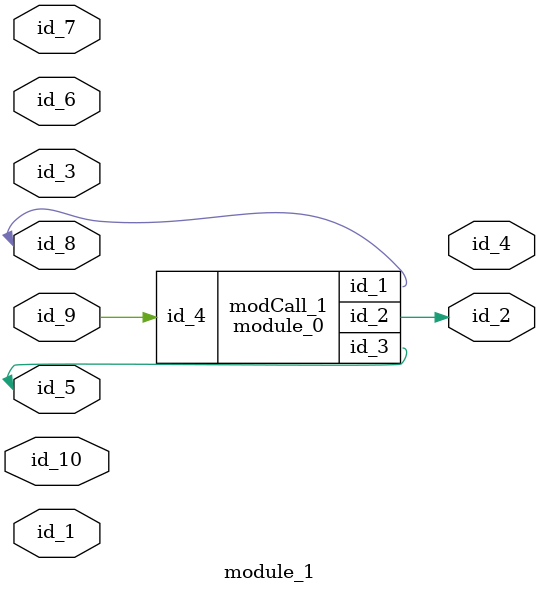
<source format=v>
module module_0 (
    id_1,
    id_2,
    id_3,
    id_4
);
  input wire id_4;
  inout wire id_3;
  output wire id_2;
  inout wire id_1;
  wire id_5;
  wire id_6;
  wire id_7;
endmodule
module module_1 (
    id_1,
    id_2,
    id_3,
    id_4,
    id_5,
    id_6,
    id_7,
    id_8,
    id_9,
    id_10
);
  input wire id_10;
  inout wire id_9;
  inout wire id_8;
  input wire id_7;
  input wire id_6;
  inout wire id_5;
  output wire id_4;
  inout wire id_3;
  output wire id_2;
  input wire id_1;
  module_0 modCall_1 (
      id_8,
      id_2,
      id_5,
      id_9
  );
  wire id_11;
  wire id_12;
endmodule

</source>
